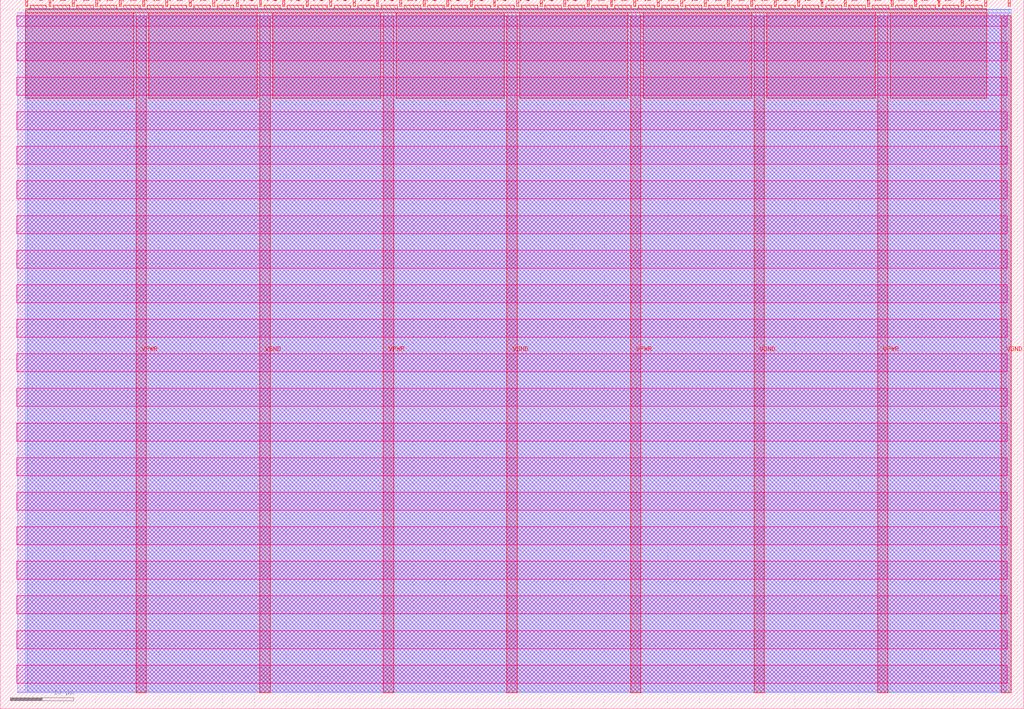
<source format=lef>
VERSION 5.7 ;
  NOWIREEXTENSIONATPIN ON ;
  DIVIDERCHAR "/" ;
  BUSBITCHARS "[]" ;
MACRO tt_um_PWM_Controller
  CLASS BLOCK ;
  FOREIGN tt_um_PWM_Controller ;
  ORIGIN 0.000 0.000 ;
  SIZE 161.000 BY 111.520 ;
  PIN VGND
    DIRECTION INOUT ;
    USE GROUND ;
    PORT
      LAYER met4 ;
        RECT 40.830 2.480 42.430 109.040 ;
    END
    PORT
      LAYER met4 ;
        RECT 79.700 2.480 81.300 109.040 ;
    END
    PORT
      LAYER met4 ;
        RECT 118.570 2.480 120.170 109.040 ;
    END
    PORT
      LAYER met4 ;
        RECT 157.440 2.480 159.040 109.040 ;
    END
  END VGND
  PIN VPWR
    DIRECTION INOUT ;
    USE POWER ;
    PORT
      LAYER met4 ;
        RECT 21.395 2.480 22.995 109.040 ;
    END
    PORT
      LAYER met4 ;
        RECT 60.265 2.480 61.865 109.040 ;
    END
    PORT
      LAYER met4 ;
        RECT 99.135 2.480 100.735 109.040 ;
    END
    PORT
      LAYER met4 ;
        RECT 138.005 2.480 139.605 109.040 ;
    END
  END VPWR
  PIN clk
    DIRECTION INPUT ;
    USE SIGNAL ;
    ANTENNAGATEAREA 0.852000 ;
    PORT
      LAYER met4 ;
        RECT 154.870 110.520 155.170 111.520 ;
    END
  END clk
  PIN ena
    DIRECTION INPUT ;
    USE SIGNAL ;
    PORT
      LAYER met4 ;
        RECT 158.550 110.520 158.850 111.520 ;
    END
  END ena
  PIN rst_n
    DIRECTION INPUT ;
    USE SIGNAL ;
    ANTENNAGATEAREA 0.213000 ;
    PORT
      LAYER met4 ;
        RECT 151.190 110.520 151.490 111.520 ;
    END
  END rst_n
  PIN ui_in[0]
    DIRECTION INPUT ;
    USE SIGNAL ;
    ANTENNAGATEAREA 0.196500 ;
    PORT
      LAYER met4 ;
        RECT 147.510 110.520 147.810 111.520 ;
    END
  END ui_in[0]
  PIN ui_in[1]
    DIRECTION INPUT ;
    USE SIGNAL ;
    ANTENNAGATEAREA 0.196500 ;
    PORT
      LAYER met4 ;
        RECT 143.830 110.520 144.130 111.520 ;
    END
  END ui_in[1]
  PIN ui_in[2]
    DIRECTION INPUT ;
    USE SIGNAL ;
    PORT
      LAYER met4 ;
        RECT 140.150 110.520 140.450 111.520 ;
    END
  END ui_in[2]
  PIN ui_in[3]
    DIRECTION INPUT ;
    USE SIGNAL ;
    PORT
      LAYER met4 ;
        RECT 136.470 110.520 136.770 111.520 ;
    END
  END ui_in[3]
  PIN ui_in[4]
    DIRECTION INPUT ;
    USE SIGNAL ;
    PORT
      LAYER met4 ;
        RECT 132.790 110.520 133.090 111.520 ;
    END
  END ui_in[4]
  PIN ui_in[5]
    DIRECTION INPUT ;
    USE SIGNAL ;
    PORT
      LAYER met4 ;
        RECT 129.110 110.520 129.410 111.520 ;
    END
  END ui_in[5]
  PIN ui_in[6]
    DIRECTION INPUT ;
    USE SIGNAL ;
    PORT
      LAYER met4 ;
        RECT 125.430 110.520 125.730 111.520 ;
    END
  END ui_in[6]
  PIN ui_in[7]
    DIRECTION INPUT ;
    USE SIGNAL ;
    PORT
      LAYER met4 ;
        RECT 121.750 110.520 122.050 111.520 ;
    END
  END ui_in[7]
  PIN uio_in[0]
    DIRECTION INPUT ;
    USE SIGNAL ;
    PORT
      LAYER met4 ;
        RECT 118.070 110.520 118.370 111.520 ;
    END
  END uio_in[0]
  PIN uio_in[1]
    DIRECTION INPUT ;
    USE SIGNAL ;
    PORT
      LAYER met4 ;
        RECT 114.390 110.520 114.690 111.520 ;
    END
  END uio_in[1]
  PIN uio_in[2]
    DIRECTION INPUT ;
    USE SIGNAL ;
    PORT
      LAYER met4 ;
        RECT 110.710 110.520 111.010 111.520 ;
    END
  END uio_in[2]
  PIN uio_in[3]
    DIRECTION INPUT ;
    USE SIGNAL ;
    PORT
      LAYER met4 ;
        RECT 107.030 110.520 107.330 111.520 ;
    END
  END uio_in[3]
  PIN uio_in[4]
    DIRECTION INPUT ;
    USE SIGNAL ;
    PORT
      LAYER met4 ;
        RECT 103.350 110.520 103.650 111.520 ;
    END
  END uio_in[4]
  PIN uio_in[5]
    DIRECTION INPUT ;
    USE SIGNAL ;
    PORT
      LAYER met4 ;
        RECT 99.670 110.520 99.970 111.520 ;
    END
  END uio_in[5]
  PIN uio_in[6]
    DIRECTION INPUT ;
    USE SIGNAL ;
    PORT
      LAYER met4 ;
        RECT 95.990 110.520 96.290 111.520 ;
    END
  END uio_in[6]
  PIN uio_in[7]
    DIRECTION INPUT ;
    USE SIGNAL ;
    PORT
      LAYER met4 ;
        RECT 92.310 110.520 92.610 111.520 ;
    END
  END uio_in[7]
  PIN uio_oe[0]
    DIRECTION OUTPUT TRISTATE ;
    USE SIGNAL ;
    PORT
      LAYER met4 ;
        RECT 29.750 110.520 30.050 111.520 ;
    END
  END uio_oe[0]
  PIN uio_oe[1]
    DIRECTION OUTPUT TRISTATE ;
    USE SIGNAL ;
    PORT
      LAYER met4 ;
        RECT 26.070 110.520 26.370 111.520 ;
    END
  END uio_oe[1]
  PIN uio_oe[2]
    DIRECTION OUTPUT TRISTATE ;
    USE SIGNAL ;
    PORT
      LAYER met4 ;
        RECT 22.390 110.520 22.690 111.520 ;
    END
  END uio_oe[2]
  PIN uio_oe[3]
    DIRECTION OUTPUT TRISTATE ;
    USE SIGNAL ;
    PORT
      LAYER met4 ;
        RECT 18.710 110.520 19.010 111.520 ;
    END
  END uio_oe[3]
  PIN uio_oe[4]
    DIRECTION OUTPUT TRISTATE ;
    USE SIGNAL ;
    PORT
      LAYER met4 ;
        RECT 15.030 110.520 15.330 111.520 ;
    END
  END uio_oe[4]
  PIN uio_oe[5]
    DIRECTION OUTPUT TRISTATE ;
    USE SIGNAL ;
    PORT
      LAYER met4 ;
        RECT 11.350 110.520 11.650 111.520 ;
    END
  END uio_oe[5]
  PIN uio_oe[6]
    DIRECTION OUTPUT TRISTATE ;
    USE SIGNAL ;
    PORT
      LAYER met4 ;
        RECT 7.670 110.520 7.970 111.520 ;
    END
  END uio_oe[6]
  PIN uio_oe[7]
    DIRECTION OUTPUT TRISTATE ;
    USE SIGNAL ;
    PORT
      LAYER met4 ;
        RECT 3.990 110.520 4.290 111.520 ;
    END
  END uio_oe[7]
  PIN uio_out[0]
    DIRECTION OUTPUT TRISTATE ;
    USE SIGNAL ;
    PORT
      LAYER met4 ;
        RECT 59.190 110.520 59.490 111.520 ;
    END
  END uio_out[0]
  PIN uio_out[1]
    DIRECTION OUTPUT TRISTATE ;
    USE SIGNAL ;
    PORT
      LAYER met4 ;
        RECT 55.510 110.520 55.810 111.520 ;
    END
  END uio_out[1]
  PIN uio_out[2]
    DIRECTION OUTPUT TRISTATE ;
    USE SIGNAL ;
    PORT
      LAYER met4 ;
        RECT 51.830 110.520 52.130 111.520 ;
    END
  END uio_out[2]
  PIN uio_out[3]
    DIRECTION OUTPUT TRISTATE ;
    USE SIGNAL ;
    PORT
      LAYER met4 ;
        RECT 48.150 110.520 48.450 111.520 ;
    END
  END uio_out[3]
  PIN uio_out[4]
    DIRECTION OUTPUT TRISTATE ;
    USE SIGNAL ;
    PORT
      LAYER met4 ;
        RECT 44.470 110.520 44.770 111.520 ;
    END
  END uio_out[4]
  PIN uio_out[5]
    DIRECTION OUTPUT TRISTATE ;
    USE SIGNAL ;
    PORT
      LAYER met4 ;
        RECT 40.790 110.520 41.090 111.520 ;
    END
  END uio_out[5]
  PIN uio_out[6]
    DIRECTION OUTPUT TRISTATE ;
    USE SIGNAL ;
    PORT
      LAYER met4 ;
        RECT 37.110 110.520 37.410 111.520 ;
    END
  END uio_out[6]
  PIN uio_out[7]
    DIRECTION OUTPUT TRISTATE ;
    USE SIGNAL ;
    PORT
      LAYER met4 ;
        RECT 33.430 110.520 33.730 111.520 ;
    END
  END uio_out[7]
  PIN uo_out[0]
    DIRECTION OUTPUT TRISTATE ;
    USE SIGNAL ;
    ANTENNADIFFAREA 0.445500 ;
    PORT
      LAYER met4 ;
        RECT 88.630 110.520 88.930 111.520 ;
    END
  END uo_out[0]
  PIN uo_out[1]
    DIRECTION OUTPUT TRISTATE ;
    USE SIGNAL ;
    PORT
      LAYER met4 ;
        RECT 84.950 110.520 85.250 111.520 ;
    END
  END uo_out[1]
  PIN uo_out[2]
    DIRECTION OUTPUT TRISTATE ;
    USE SIGNAL ;
    PORT
      LAYER met4 ;
        RECT 81.270 110.520 81.570 111.520 ;
    END
  END uo_out[2]
  PIN uo_out[3]
    DIRECTION OUTPUT TRISTATE ;
    USE SIGNAL ;
    PORT
      LAYER met4 ;
        RECT 77.590 110.520 77.890 111.520 ;
    END
  END uo_out[3]
  PIN uo_out[4]
    DIRECTION OUTPUT TRISTATE ;
    USE SIGNAL ;
    PORT
      LAYER met4 ;
        RECT 73.910 110.520 74.210 111.520 ;
    END
  END uo_out[4]
  PIN uo_out[5]
    DIRECTION OUTPUT TRISTATE ;
    USE SIGNAL ;
    PORT
      LAYER met4 ;
        RECT 70.230 110.520 70.530 111.520 ;
    END
  END uo_out[5]
  PIN uo_out[6]
    DIRECTION OUTPUT TRISTATE ;
    USE SIGNAL ;
    PORT
      LAYER met4 ;
        RECT 66.550 110.520 66.850 111.520 ;
    END
  END uo_out[6]
  PIN uo_out[7]
    DIRECTION OUTPUT TRISTATE ;
    USE SIGNAL ;
    PORT
      LAYER met4 ;
        RECT 62.870 110.520 63.170 111.520 ;
    END
  END uo_out[7]
  OBS
      LAYER nwell ;
        RECT 2.570 107.385 158.430 108.990 ;
        RECT 2.570 101.945 158.430 104.775 ;
        RECT 2.570 96.505 158.430 99.335 ;
        RECT 2.570 91.065 158.430 93.895 ;
        RECT 2.570 85.625 158.430 88.455 ;
        RECT 2.570 80.185 158.430 83.015 ;
        RECT 2.570 74.745 158.430 77.575 ;
        RECT 2.570 69.305 158.430 72.135 ;
        RECT 2.570 63.865 158.430 66.695 ;
        RECT 2.570 58.425 158.430 61.255 ;
        RECT 2.570 52.985 158.430 55.815 ;
        RECT 2.570 47.545 158.430 50.375 ;
        RECT 2.570 42.105 158.430 44.935 ;
        RECT 2.570 36.665 158.430 39.495 ;
        RECT 2.570 31.225 158.430 34.055 ;
        RECT 2.570 25.785 158.430 28.615 ;
        RECT 2.570 20.345 158.430 23.175 ;
        RECT 2.570 14.905 158.430 17.735 ;
        RECT 2.570 9.465 158.430 12.295 ;
        RECT 2.570 4.025 158.430 6.855 ;
      LAYER li1 ;
        RECT 2.760 2.635 158.240 108.885 ;
      LAYER met1 ;
        RECT 2.760 2.480 159.040 109.440 ;
      LAYER met2 ;
        RECT 4.230 2.535 159.010 110.005 ;
      LAYER met3 ;
        RECT 3.950 2.555 159.030 109.985 ;
      LAYER met4 ;
        RECT 4.690 110.120 7.270 110.650 ;
        RECT 8.370 110.120 10.950 110.650 ;
        RECT 12.050 110.120 14.630 110.650 ;
        RECT 15.730 110.120 18.310 110.650 ;
        RECT 19.410 110.120 21.990 110.650 ;
        RECT 23.090 110.120 25.670 110.650 ;
        RECT 26.770 110.120 29.350 110.650 ;
        RECT 30.450 110.120 33.030 110.650 ;
        RECT 34.130 110.120 36.710 110.650 ;
        RECT 37.810 110.120 40.390 110.650 ;
        RECT 41.490 110.120 44.070 110.650 ;
        RECT 45.170 110.120 47.750 110.650 ;
        RECT 48.850 110.120 51.430 110.650 ;
        RECT 52.530 110.120 55.110 110.650 ;
        RECT 56.210 110.120 58.790 110.650 ;
        RECT 59.890 110.120 62.470 110.650 ;
        RECT 63.570 110.120 66.150 110.650 ;
        RECT 67.250 110.120 69.830 110.650 ;
        RECT 70.930 110.120 73.510 110.650 ;
        RECT 74.610 110.120 77.190 110.650 ;
        RECT 78.290 110.120 80.870 110.650 ;
        RECT 81.970 110.120 84.550 110.650 ;
        RECT 85.650 110.120 88.230 110.650 ;
        RECT 89.330 110.120 91.910 110.650 ;
        RECT 93.010 110.120 95.590 110.650 ;
        RECT 96.690 110.120 99.270 110.650 ;
        RECT 100.370 110.120 102.950 110.650 ;
        RECT 104.050 110.120 106.630 110.650 ;
        RECT 107.730 110.120 110.310 110.650 ;
        RECT 111.410 110.120 113.990 110.650 ;
        RECT 115.090 110.120 117.670 110.650 ;
        RECT 118.770 110.120 121.350 110.650 ;
        RECT 122.450 110.120 125.030 110.650 ;
        RECT 126.130 110.120 128.710 110.650 ;
        RECT 129.810 110.120 132.390 110.650 ;
        RECT 133.490 110.120 136.070 110.650 ;
        RECT 137.170 110.120 139.750 110.650 ;
        RECT 140.850 110.120 143.430 110.650 ;
        RECT 144.530 110.120 147.110 110.650 ;
        RECT 148.210 110.120 150.790 110.650 ;
        RECT 151.890 110.120 154.470 110.650 ;
        RECT 3.975 109.440 155.185 110.120 ;
        RECT 3.975 96.055 20.995 109.440 ;
        RECT 23.395 96.055 40.430 109.440 ;
        RECT 42.830 96.055 59.865 109.440 ;
        RECT 62.265 96.055 79.300 109.440 ;
        RECT 81.700 96.055 98.735 109.440 ;
        RECT 101.135 96.055 118.170 109.440 ;
        RECT 120.570 96.055 137.605 109.440 ;
        RECT 140.005 96.055 155.185 109.440 ;
  END
END tt_um_PWM_Controller
END LIBRARY


</source>
